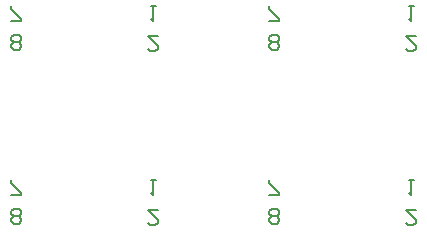
<source format=gbo>
G04 Layer_Color=32896*
%FSLAX25Y25*%
%MOIN*%
G70*
G01*
G75*
%ADD23C,0.00800*%
D23*
X117000Y167000D02*
X118666D01*
X117833D01*
Y162002D01*
X117000Y162835D01*
X119332Y157000D02*
X116000D01*
X119332Y153668D01*
Y152835D01*
X118499Y152002D01*
X116833D01*
X116000Y152835D01*
X70500Y162002D02*
X73832D01*
Y162835D01*
X70500Y166167D01*
Y167000D01*
Y153335D02*
X71333Y152502D01*
X72999D01*
X73832Y153335D01*
Y154168D01*
X72999Y155001D01*
X73832Y155834D01*
Y156667D01*
X72999Y157500D01*
X71333D01*
X70500Y156667D01*
Y155834D01*
X71333Y155001D01*
X70500Y154168D01*
Y153335D01*
X71333Y155001D02*
X72999D01*
X203000Y225000D02*
X204666D01*
X203833D01*
Y220002D01*
X203000Y220835D01*
X205332Y215000D02*
X202000D01*
X205332Y211668D01*
Y210835D01*
X204499Y210002D01*
X202833D01*
X202000Y210835D01*
X156500Y220002D02*
X159832D01*
Y220835D01*
X156500Y224167D01*
Y225000D01*
Y211335D02*
X157333Y210502D01*
X158999D01*
X159832Y211335D01*
Y212168D01*
X158999Y213001D01*
X159832Y213834D01*
Y214667D01*
X158999Y215500D01*
X157333D01*
X156500Y214667D01*
Y213834D01*
X157333Y213001D01*
X156500Y212168D01*
Y211335D01*
X157333Y213001D02*
X158999D01*
X117000Y225000D02*
X118666D01*
X117833D01*
Y220002D01*
X117000Y220835D01*
X119332Y215000D02*
X116000D01*
X119332Y211668D01*
Y210835D01*
X118499Y210002D01*
X116833D01*
X116000Y210835D01*
X70500Y220002D02*
X73832D01*
Y220835D01*
X70500Y224167D01*
Y225000D01*
Y211335D02*
X71333Y210502D01*
X72999D01*
X73832Y211335D01*
Y212168D01*
X72999Y213001D01*
X73832Y213834D01*
Y214667D01*
X72999Y215500D01*
X71333D01*
X70500Y214667D01*
Y213834D01*
X71333Y213001D01*
X70500Y212168D01*
Y211335D01*
X71333Y213001D02*
X72999D01*
X203000Y167000D02*
X204666D01*
X203833D01*
Y162002D01*
X203000Y162835D01*
X205332Y157000D02*
X202000D01*
X205332Y153668D01*
Y152835D01*
X204499Y152002D01*
X202833D01*
X202000Y152835D01*
X156500Y162002D02*
X159832D01*
Y162835D01*
X156500Y166167D01*
Y167000D01*
Y153335D02*
X157333Y152502D01*
X158999D01*
X159832Y153335D01*
Y154168D01*
X158999Y155001D01*
X159832Y155834D01*
Y156667D01*
X158999Y157500D01*
X157333D01*
X156500Y156667D01*
Y155834D01*
X157333Y155001D01*
X156500Y154168D01*
Y153335D01*
X157333Y155001D02*
X158999D01*
M02*

</source>
